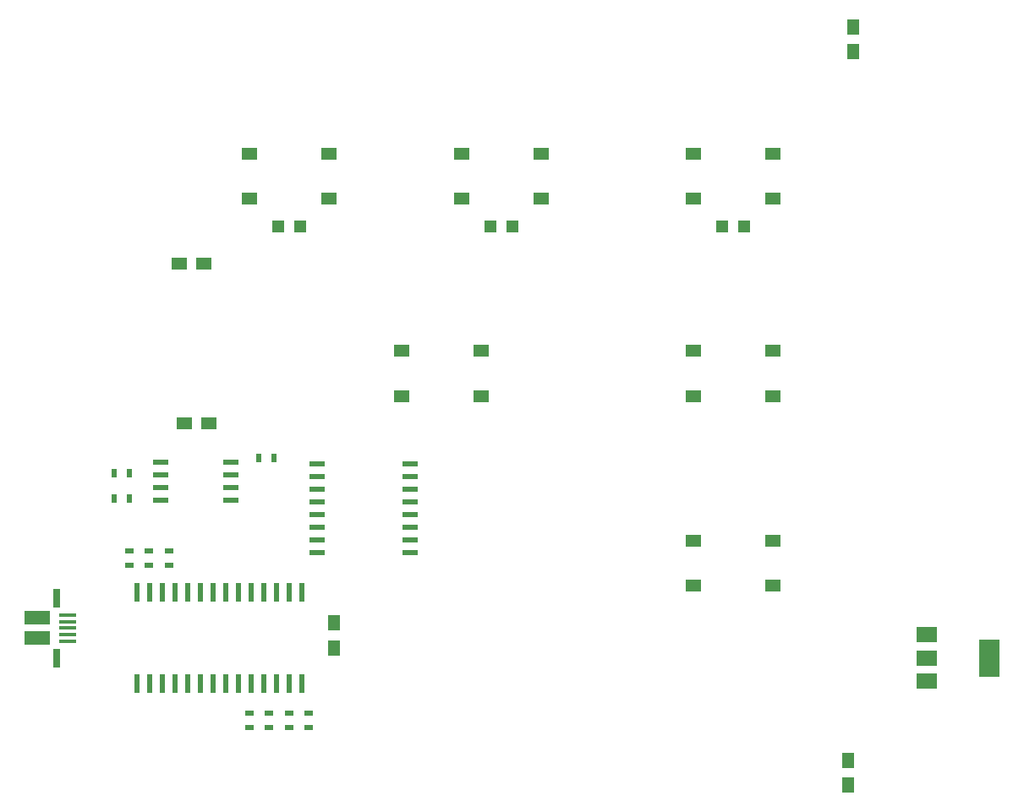
<source format=gbr>
G04 #@! TF.GenerationSoftware,KiCad,Pcbnew,(5.0.0)*
G04 #@! TF.CreationDate,2020-11-20T21:13:12-05:00*
G04 #@! TF.ProjectId,WS2812B Mini Clock,57533238313242204D696E6920436C6F,rev?*
G04 #@! TF.SameCoordinates,Original*
G04 #@! TF.FileFunction,Paste,Bot*
G04 #@! TF.FilePolarity,Positive*
%FSLAX46Y46*%
G04 Gerber Fmt 4.6, Leading zero omitted, Abs format (unit mm)*
G04 Created by KiCad (PCBNEW (5.0.0)) date 11/20/20 21:13:12*
%MOMM*%
%LPD*%
G01*
G04 APERTURE LIST*
%ADD10R,2.500000X1.425000*%
%ADD11R,0.700000X1.825000*%
%ADD12R,1.750000X0.400000*%
%ADD13R,1.550000X0.600000*%
%ADD14R,1.250000X1.500000*%
%ADD15R,1.500000X1.250000*%
%ADD16R,0.500000X0.900000*%
%ADD17R,1.500000X0.600000*%
%ADD18R,1.200000X1.200000*%
%ADD19R,0.900000X0.500000*%
%ADD20R,1.550000X1.300000*%
%ADD21R,0.600000X1.910000*%
%ADD22R,2.000000X1.500000*%
%ADD23R,2.000000X3.800000*%
G04 APERTURE END LIST*
D10*
G04 #@! TO.C,USB1*
X46750000Y-127000000D03*
D11*
X48710000Y-123010000D03*
D12*
X49825000Y-124700000D03*
X49825000Y-125350000D03*
X49825000Y-126000000D03*
X49825000Y-126650000D03*
X49825000Y-127300000D03*
D11*
X48710000Y-128990000D03*
D10*
X46750000Y-125000000D03*
G04 #@! TD*
D13*
G04 #@! TO.C,MCU1*
X59150000Y-109350000D03*
X59150000Y-110615000D03*
X59150000Y-111885000D03*
X59150000Y-113155000D03*
X66150000Y-113155000D03*
X66150000Y-111885000D03*
X66150000Y-110615000D03*
X66150000Y-109345000D03*
G04 #@! TD*
D14*
G04 #@! TO.C,C3*
X128000000Y-139250000D03*
X128000000Y-141750000D03*
G04 #@! TD*
G04 #@! TO.C,C4*
X76500000Y-128000000D03*
X76500000Y-125500000D03*
G04 #@! TD*
D15*
G04 #@! TO.C,C5*
X63500000Y-89500000D03*
X61000000Y-89500000D03*
G04 #@! TD*
D14*
G04 #@! TO.C,C6*
X128500000Y-68250000D03*
X128500000Y-65750000D03*
G04 #@! TD*
D15*
G04 #@! TO.C,C7*
X61500000Y-105500000D03*
X64000000Y-105500000D03*
G04 #@! TD*
D16*
G04 #@! TO.C,R1*
X70500000Y-109000000D03*
X69000000Y-109000000D03*
G04 #@! TD*
G04 #@! TO.C,R2*
X54500000Y-113000000D03*
X56000000Y-113000000D03*
G04 #@! TD*
D17*
G04 #@! TO.C,U25*
X84150000Y-109555000D03*
X84150000Y-110825000D03*
X84150000Y-112095000D03*
X84150000Y-113365000D03*
X84150000Y-114635000D03*
X84150000Y-115905000D03*
X84150000Y-117175000D03*
X84150000Y-118445000D03*
X74850000Y-118445000D03*
X74850000Y-117175000D03*
X74850000Y-115905000D03*
X74850000Y-114635000D03*
X74850000Y-113365000D03*
X74850000Y-112095000D03*
X74850000Y-110825000D03*
X74850000Y-109555000D03*
G04 #@! TD*
D16*
G04 #@! TO.C,R3*
X54500000Y-110500000D03*
X56000000Y-110500000D03*
G04 #@! TD*
D18*
G04 #@! TO.C,D1*
X73100000Y-85750000D03*
X70900000Y-85750000D03*
G04 #@! TD*
G04 #@! TO.C,D2*
X117600000Y-85750000D03*
X115400000Y-85750000D03*
G04 #@! TD*
G04 #@! TO.C,D3*
X94350000Y-85750000D03*
X92150000Y-85750000D03*
G04 #@! TD*
D19*
G04 #@! TO.C,R4*
X74000000Y-134500000D03*
X74000000Y-136000000D03*
G04 #@! TD*
G04 #@! TO.C,R5*
X72000000Y-134500000D03*
X72000000Y-136000000D03*
G04 #@! TD*
G04 #@! TO.C,R6*
X70000000Y-134500000D03*
X70000000Y-136000000D03*
G04 #@! TD*
G04 #@! TO.C,R7*
X68000000Y-134500000D03*
X68000000Y-136000000D03*
G04 #@! TD*
G04 #@! TO.C,R8*
X56000000Y-118250000D03*
X56000000Y-119750000D03*
G04 #@! TD*
G04 #@! TO.C,R9*
X58000000Y-118250000D03*
X58000000Y-119750000D03*
G04 #@! TD*
G04 #@! TO.C,R10*
X60000000Y-118250000D03*
X60000000Y-119750000D03*
G04 #@! TD*
D20*
G04 #@! TO.C,SW0*
X68025000Y-83000000D03*
X75975000Y-83000000D03*
X68025000Y-78500000D03*
X75975000Y-78500000D03*
G04 #@! TD*
G04 #@! TO.C,SW1*
X112525000Y-83000000D03*
X120475000Y-83000000D03*
X112525000Y-78500000D03*
X120475000Y-78500000D03*
G04 #@! TD*
G04 #@! TO.C,SW2*
X89275000Y-83000000D03*
X97225000Y-83000000D03*
X89275000Y-78500000D03*
X97225000Y-78500000D03*
G04 #@! TD*
G04 #@! TO.C,SW3*
X83275000Y-102750000D03*
X91225000Y-102750000D03*
X83275000Y-98250000D03*
X91225000Y-98250000D03*
G04 #@! TD*
G04 #@! TO.C,SW4*
X112525000Y-102750000D03*
X120475000Y-102750000D03*
X112525000Y-98250000D03*
X120475000Y-98250000D03*
G04 #@! TD*
G04 #@! TO.C,SW5*
X112525000Y-121750000D03*
X120475000Y-121750000D03*
X112525000Y-117250000D03*
X120475000Y-117250000D03*
G04 #@! TD*
D21*
G04 #@! TO.C,U26*
X56745000Y-131610000D03*
X58015000Y-131610000D03*
X59285000Y-131610000D03*
X60555000Y-131610000D03*
X61825000Y-131610000D03*
X63095000Y-131610000D03*
X64365000Y-131610000D03*
X65635000Y-131610000D03*
X66905000Y-131610000D03*
X68175000Y-131610000D03*
X69445000Y-131610000D03*
X70715000Y-131610000D03*
X71985000Y-131610000D03*
X73255000Y-131610000D03*
X73255000Y-122390000D03*
X71985000Y-122390000D03*
X70715000Y-122390000D03*
X69445000Y-122390000D03*
X68175000Y-122390000D03*
X66905000Y-122390000D03*
X65635000Y-122390000D03*
X64365000Y-122390000D03*
X63095000Y-122390000D03*
X61825000Y-122390000D03*
X60555000Y-122390000D03*
X59285000Y-122390000D03*
X58015000Y-122390000D03*
X56745000Y-122390000D03*
G04 #@! TD*
D22*
G04 #@! TO.C,U90*
X135850000Y-131300000D03*
X135850000Y-126700000D03*
X135850000Y-129000000D03*
D23*
X142150000Y-129000000D03*
G04 #@! TD*
M02*

</source>
